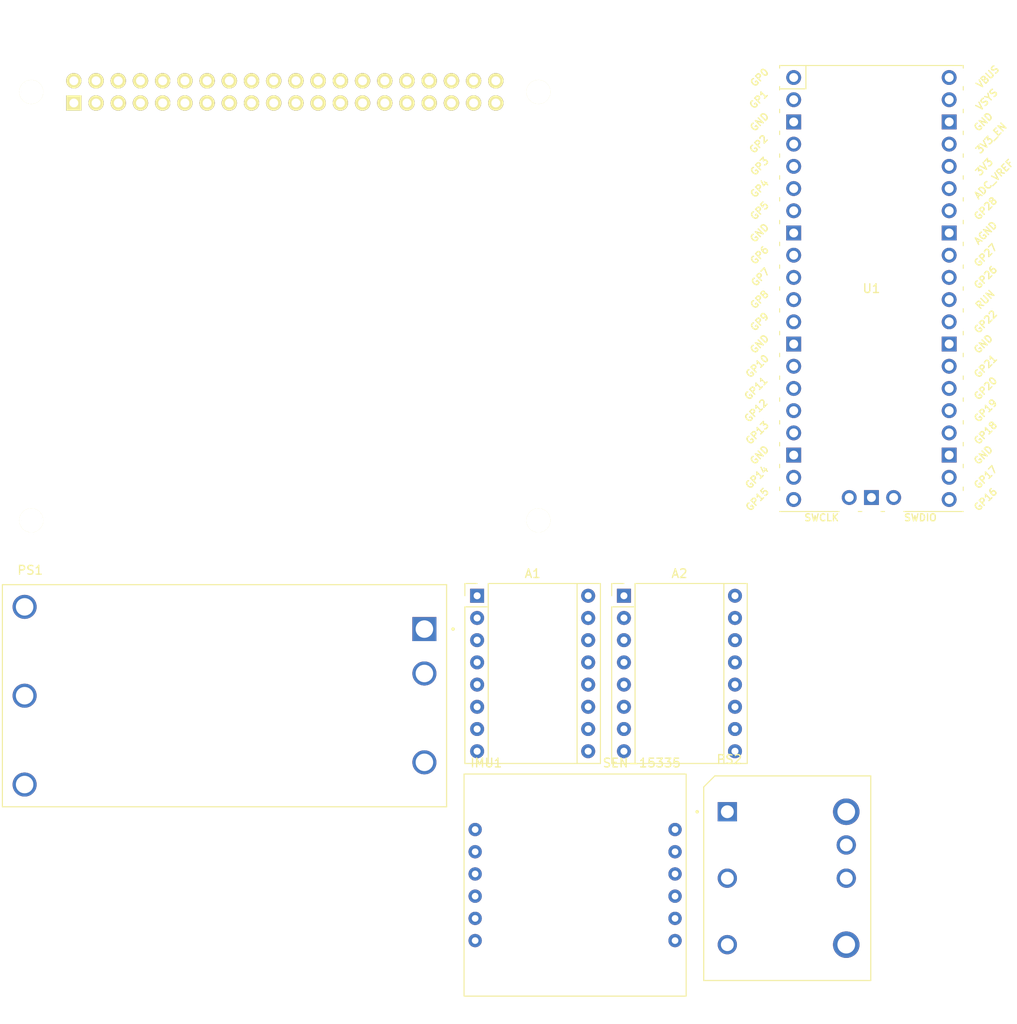
<source format=kicad_pcb>
(kicad_pcb (version 20221018) (generator pcbnew)
  (layers (0 "F.Cu" signal) (31 "B.Cu" signal) (34 "B.Paste" user) (35 "F.Paste" user) (36 "B.SilkS" user "B.Silkscreen") (37 "F.SilkS" user "F.Silkscreen") (38 "B.Mask" user) (39 "F.Mask" user) (44 "Edge.Cuts" user))
  (net 0 "")
  (footprint "Ensmasteel_librairy:RPi_Pico_SMD_TH" (layer "F.Cu") (at 185.63 63.64)
    (fp_text reference "U1" (at 0 0) (layer "F.SilkS"))
    (fp_text value "Pico")
    (fp_text user "3V3_EN" (at 13.7 -17.2 45) (layer "F.SilkS") (effects (font (size 0.8 0.8))))
    (fp_text user "GND" (at -12.8 19.05 45) (layer "F.SilkS") (effects (font (size 0.8 0.8))))
    (fp_text user "AGND" (at 13.054 -6.35 45) (layer "F.SilkS") (effects (font (size 0.8 0.8))))
    (fp_text user "SWDIO" (at 5.6 26.2) (layer "F.SilkS") (effects (font (size 0.8 0.8))))
    (fp_text user "GP11" (at -13.2 11.43 45) (layer "F.SilkS") (effects (font (size 0.8 0.8))))
    (fp_text user "GP22" (at 13.054 3.81 45) (layer "F.SilkS") (effects (font (size 0.8 0.8))))
    (fp_text user "GP6" (at -12.8 -3.81 45) (layer "F.SilkS") (effects (font (size 0.8 0.8))))
    (fp_text user "GP5" (at -12.8 -8.89 45) (layer "F.SilkS") (effects (font (size 0.8 0.8))))
    (fp_text user "GP8" (at -12.8 1.27 45) (layer "F.SilkS") (effects (font (size 0.8 0.8))))
    (fp_text user "GND" (at 12.8 -19.05 45) (layer "F.SilkS") (effects (font (size 0.8 0.8))))
    (fp_text user "GP21" (at 13.054 8.9 45) (layer "F.SilkS") (effects (font (size 0.8 0.8))))
    (fp_text user "GND" (at -12.8 -19.05 45) (layer "F.SilkS") (effects (font (size 0.8 0.8))))
    (fp_text user "GP20" (at 13.054 11.43 45) (layer "F.SilkS") (effects (font (size 0.8 0.8))))
    (fp_text user "GND" (at -12.8 -6.35 45) (layer "F.SilkS") (effects (font (size 0.8 0.8))))
    (fp_text user "GP14" (at -13.1 21.59 45) (layer "F.SilkS") (effects (font (size 0.8 0.8))))
    (fp_text user "GP26" (at 13.054 -1.27 45) (layer "F.SilkS") (effects (font (size 0.8 0.8))))
    (fp_text user "GP19" (at 13.054 13.97 45) (layer "F.SilkS") (effects (font (size 0.8 0.8))))
    (fp_text user "GP0" (at -12.8 -24.13 45) (layer "F.SilkS") (effects (font (size 0.8 0.8))))
    (fp_text user "GP12" (at -13.2 13.97 45) (layer "F.SilkS") (effects (font (size 0.8 0.8))))
    (fp_text user "GND" (at -12.8 6.35 45) (layer "F.SilkS") (effects (font (size 0.8 0.8))))
    (fp_text user "GP10" (at -13.054 8.89 45) (layer "F.SilkS") (effects (font (size 0.8 0.8))))
    (fp_text user "GP7" (at -12.7 -1.3 45) (layer "F.SilkS") (effects (font (size 0.8 0.8))))
    (fp_text user "RUN" (at 13 1.27 45) (layer "F.SilkS") (effects (font (size 0.8 0.8))))
    (fp_text user "VSYS" (at 13.2 -21.59 45) (layer "F.SilkS") (effects (font (size 0.8 0.8))))
    (fp_text user "GP13" (at -13.054 16.51 45) (layer "F.SilkS") (effects (font (size 0.8 0.8))))
    (fp_text user "GP28" (at 13.054 -9.144 45) (layer "F.SilkS") (effects (font (size 0.8 0.8))))
    (fp_text user "GP9" (at -12.8 3.81 45) (layer "F.SilkS") (effects (font (size 0.8 0.8))))
    (fp_text user "GP1" (at -12.9 -21.6 45) (layer "F.SilkS") (effects (font (size 0.8 0.8))))
    (fp_text user "GP17" (at 13.054 21.59 45) (layer "F.SilkS") (effects (font (size 0.8 0.8))))
    (fp_text user "GND" (at 12.8 6.35 45) (layer "F.SilkS") (effects (font (size 0.8 0.8))))
    (fp_text user "3V3" (at 12.9 -13.9 45) (layer "F.SilkS") (effects (font (size 0.8 0.8))))
    (fp_text user "VBUS" (at 13.3 -24.2 45) (layer "F.SilkS") (effects (font (size 0.8 0.8))))
    (fp_text user "GP16" (at 13.054 24.13 45) (layer "F.SilkS") (effects (font (size 0.8 0.8))))
    (fp_text user "GP4" (at -12.8 -11.43 45) (layer "F.SilkS") (effects (font (size 0.8 0.8))))
    (fp_text user "GP18" (at 13.054 16.51 45) (layer "F.SilkS") (effects (font (size 0.8 0.8))))
    (fp_text user "GP15" (at -13.054 24.13 45) (layer "F.SilkS") (effects (font (size 0.8 0.8))))
    (fp_text user "GND" (at 12.8 19.05 45) (layer "F.SilkS") (effects (font (size 0.8 0.8))))
    (fp_text user "ADC_VREF" (at 14 -12.5 45) (layer "F.SilkS") (effects (font (size 0.8 0.8))))
    (fp_text user "GP3" (at -12.8 -13.97 45) (layer "F.SilkS") (effects (font (size 0.8 0.8))))
    (fp_text user "SWCLK" (at -5.7 26.2) (layer "F.SilkS") (effects (font (size 0.8 0.8))))
    (fp_text user "GP2" (at -12.9 -16.51 45) (layer "F.SilkS") (effects (font (size 0.8 0.8))))
    (fp_text user "GP27" (at 13.054 -3.8 45) (layer "F.SilkS") (effects (font (size 0.8 0.8))))
    (fp_line (start -10.5 -25.5) (end -10.5 -25.2) (stroke (width 0.12)) (layer "F.SilkS"))
    (fp_line (start -10.5 -25.5) (end 10.5 -25.5) (stroke (width 0.12)) (layer "F.SilkS"))
    (fp_line (start -10.5 -23.1) (end -10.5 -22.7) (stroke (width 0.12)) (layer "F.SilkS"))
    (fp_line (start -10.5 -22.833) (end -7.493 -22.833) (stroke (width 0.12)) (layer "F.SilkS"))
    (fp_line (start -10.5 -20.5) (end -10.5 -20.1) (stroke (width 0.12)) (layer "F.SilkS"))
    (fp_line (start -10.5 -18) (end -10.5 -17.6) (stroke (width 0.12)) (layer "F.SilkS"))
    (fp_line (start -10.5 -15.4) (end -10.5 -15) (stroke (width 0.12)) (layer "F.SilkS"))
    (fp_line (start -10.5 -12.9) (end -10.5 -12.5) (stroke (width 0.12)) (layer "F.SilkS"))
    (fp_line (start -10.5 -10.4) (end -10.5 -10) (stroke (width 0.12)) (layer "F.SilkS"))
    (fp_line (start -10.5 -7.8) (end -10.5 -7.4) (stroke (width 0.12)) (layer "F.SilkS"))
    (fp_line (start -10.5 -5.3) (end -10.5 -4.9) (stroke (width 0.12)) (layer "F.SilkS"))
    (fp_line (start -10.5 -2.7) (end -10.5 -2.3) (stroke (width 0.12)) (layer "F.SilkS"))
    (fp_line (start -10.5 -0.2) (end -10.5 0.2) (stroke (width 0.12)) (layer "F.SilkS"))
    (fp_line (start -10.5 2.3) (end -10.5 2.7) (stroke (width 0.12)) (layer "F.SilkS"))
    (fp_line (start -10.5 4.9) (end -10.5 5.3) (stroke (width 0.12)) (layer "F.SilkS"))
    (fp_line (start -10.5 7.4) (end -10.5 7.8) (stroke (width 0.12)) (layer "F.SilkS"))
    (fp_line (start -10.5 10) (end -10.5 10.4) (stroke (width 0.12)) (layer "F.SilkS"))
    (fp_line (start -10.5 12.5) (end -10.5 12.9) (stroke (width 0.12)) (layer "F.SilkS"))
    (fp_line (start -10.5 15.1) (end -10.5 15.5) (stroke (width 0.12)) (layer "F.SilkS"))
    (fp_line (start -10.5 17.6) (end -10.5 18) (stroke (width 0.12)) (layer "F.SilkS"))
    (fp_line (start -10.5 20.1) (end -10.5 20.5) (stroke (width 0.12)) (layer "F.SilkS"))
    (fp_line (start -10.5 22.7) (end -10.5 23.1) (stroke (width 0.12)) (layer "F.SilkS"))
    (fp_line (start -7.493 -22.833) (end -7.493 -25.5) (stroke (width 0.12)) (layer "F.SilkS"))
    (fp_line (start -3.7 25.5) (end -10.5 25.5) (stroke (width 0.12)) (layer "F.SilkS"))
    (fp_line (start -1.5 25.5) (end -1.1 25.5) (stroke (width 0.12)) (layer "F.SilkS"))
    (fp_line (start 1.1 25.5) (end 1.5 25.5) (stroke (width 0.12)) (layer "F.SilkS"))
    (fp_line (start 10.5 -25.5) (end 10.5 -25.2) (stroke (width 0.12)) (layer "F.SilkS"))
    (fp_line (start 10.5 -23.1) (end 10.5 -22.7) (stroke (width 0.12)) (layer "F.SilkS"))
    (fp_line (start 10.5 -20.5) (end 10.5 -20.1) (stroke (width 0.12)) (layer "F.SilkS"))
    (fp_line (start 10.5 -18) (end 10.5 -17.6) (stroke (width 0.12)) (layer "F.SilkS"))
    (fp_line (start 10.5 -15.4) (end 10.5 -15) (stroke (width 0.12)) (layer "F.SilkS"))
    (fp_line (start 10.5 -12.9) (end 10.5 -12.5) (stroke (width 0.12)) (layer "F.SilkS"))
    (fp_line (start 10.5 -10.4) (end 10.5 -10) (stroke (width 0.12)) (layer "F.SilkS"))
    (fp_line (start 10.5 -7.8) (end 10.5 -7.4) (stroke (width 0.12)) (layer "F.SilkS"))
    (fp_line (start 10.5 -5.3) (end 10.5 -4.9) (stroke (width 0.12)) (layer "F.SilkS"))
    (fp_line (start 10.5 -2.7) (end 10.5 -2.3) (stroke (width 0.12)) (layer "F.SilkS"))
    (fp_line (start 10.5 -0.2) (end 10.5 0.2) (stroke (width 0.12)) (layer "F.SilkS"))
    (fp_line (start 10.5 2.3) (end 10.5 2.7) (stroke (width 0.12)) (layer "F.SilkS"))
    (fp_line (start 10.5 4.9) (end 10.5 5.3) (stroke (width 0.12)) (layer "F.SilkS"))
    (fp_line (start 10.5 7.4) (end 10.5 7.8) (stroke (width 0.12)) (layer "F.SilkS"))
    (fp_line (start 10.5 10) (end 10.5 10.4) (stroke (width 0.12)) (layer "F.SilkS"))
    (fp_line (start 10.5 12.5) (end 10.5 12.9) (stroke (width 0.12)) (layer "F.SilkS"))
    (fp_line (start 10.5 15.1) (end 10.5 15.5) (stroke (width 0.12)) (layer "F.SilkS"))
    (fp_line (start 10.5 17.6) (end 10.5 18) (stroke (width 0.12)) (layer "F.SilkS"))
    (fp_line (start 10.5 20.1) (end 10.5 20.5) (stroke (width 0.12)) (layer "F.SilkS"))
    (fp_line (start 10.5 22.7) (end 10.5 23.1) (stroke (width 0.12)) (layer "F.SilkS"))
    (fp_line (start 10.5 25.5) (end 3.7 25.5) (stroke (width 0.12)) (layer "F.SilkS"))
    (pad "1" thru_hole oval (at -8.89 -24.13) (size 1.7 1.7) (drill 1.02) (layers "*.Cu" "*.Mask"))
    (pad "2" thru_hole oval (at -8.89 -21.59) (size 1.7 1.7) (drill 1.02) (layers "*.Cu" "*.Mask"))
    (pad "3" thru_hole rect (at -8.89 -19.05) (size 1.7 1.7) (drill 1.02) (layers "*.Cu" "*.Mask"))
    (pad "4" thru_hole oval (at -8.89 -16.51) (size 1.7 1.7) (drill 1.02) (layers "*.Cu" "*.Mask"))
    (pad "5" thru_hole oval (at -8.89 -13.97) (size 1.7 1.7) (drill 1.02) (layers "*.Cu" "*.Mask"))
    (pad "6" thru_hole oval (at -8.89 -11.43) (size 1.7 1.7) (drill 1.02) (layers "*.Cu" "*.Mask"))
    (pad "7" thru_hole oval (at -8.89 -8.89) (size 1.7 1.7) (drill 1.02) (layers "*.Cu" "*.Mask"))
    (pad "8" thru_hole rect (at -8.89 -6.35) (size 1.7 1.7) (drill 1.02) (layers "*.Cu" "*.Mask"))
    (pad "9" thru_hole oval (at -8.89 -3.81) (size 1.7 1.7) (drill 1.02) (layers "*.Cu" "*.Mask"))
    (pad "10" thru_hole oval (at -8.89 -1.27) (size 1.7 1.7) (drill 1.02) (layers "*.Cu" "*.Mask"))
    (pad "11" thru_hole oval (at -8.89 1.27) (size 1.7 1.7) (drill 1.02) (layers "*.Cu" "*.Mask"))
    (pad "12" thru_hole oval (at -8.89 3.81) (size 1.7 1.7) (drill 1.02) (layers "*.Cu" "*.Mask"))
    (pad "13" thru_hole rect (at -8.89 6.35) (size 1.7 1.7) (drill 1.02) (layers "*.Cu" "*.Mask"))
    (pad "14" thru_hole oval (at -8.89 8.89) (size 1.7 1.7) (drill 1.02) (layers "*.Cu" "*.Mask"))
    (pad "15" thru_hole oval (at -8.89 11.43) (size 1.7 1.7) (drill 1.02) (layers "*.Cu" "*.Mask"))
    (pad "16" thru_hole oval (at -8.89 13.97) (size 1.7 1.7) (drill 1.02) (layers "*.Cu" "*.Mask"))
    (pad "17" thru_hole oval (at -8.89 16.51) (size 1.7 1.7) (drill 1.02) (layers "*.Cu" "*.Mask"))
    (pad "18" thru_hole rect (at -8.89 19.05) (size 1.7 1.7) (drill 1.02) (layers "*.Cu" "*.Mask"))
    (pad "19" thru_hole oval (at -8.89 21.59) (size 1.7 1.7) (drill 1.02) (layers "*.Cu" "*.Mask"))
    (pad "20" thru_hole oval (at -8.89 24.13) (size 1.7 1.7) (drill 1.02) (layers "*.Cu" "*.Mask"))
    (pad "21" thru_hole oval (at 8.89 24.13) (size 1.7 1.7) (drill 1.02) (layers "*.Cu" "*.Mask"))
    (pad "22" thru_hole oval (at 8.89 21.59) (size 1.7 1.7) (drill 1.02) (layers "*.Cu" "*.Mask"))
    (pad "23" thru_hole rect (at 8.89 19.05) (size 1.7 1.7) (drill 1.02) (layers "*.Cu" "*.Mask"))
    (pad "24" thru_hole oval (at 8.89 16.51) (size 1.7 1.7) (drill 1.02) (layers "*.Cu" "*.Mask"))
    (pad "25" thru_hole oval (at 8.89 13.97) (size 1.7 1.7) (drill 1.02) (layers "*.Cu" "*.Mask"))
    (pad "26" thru_hole oval (at 8.89 11.43) (size 1.7 1.7) (drill 1.02) (layers "*.Cu" "*.Mask"))
    (pad "27" thru_hole oval (at 8.89 8.89) (size 1.7 1.7) (drill 1.02) (layers "*.Cu" "*.Mask"))
    (pad "28" thru_hole rect (at 8.89 6.35) (size 1.7 1.7) (drill 1.02) (layers "*.Cu" "*.Mask"))
    (pad "29" thru_hole oval (at 8.89 3.81) (size 1.7 1.7) (drill 1.02) (layers "*.Cu" "*.Mask"))
    (pad "30" thru_hole oval (at 8.89 1.27) (size 1.7 1.7) (drill 1.02) (layers "*.Cu" "*.Mask"))
    (pad "31" thru_hole oval (at 8.89 -1.27) (size 1.7 1.7) (drill 1.02) (layers "*.Cu" "*.Mask"))
    (pad "32" thru_hole oval (at 8.89 -3.81) (size 1.7 1.7) (drill 1.02) (layers "*.Cu" "*.Mask"))
    (pad "33" thru_hole rect (at 8.89 -6.35) (size 1.7 1.7) (drill 1.02) (layers "*.Cu" "*.Mask"))
    (pad "34" thru_hole oval (at 8.89 -8.89) (size 1.7 1.7) (drill 1.02) (layers "*.Cu" "*.Mask"))
    (pad "35" thru_hole oval (at 8.89 -11.43) (size 1.7 1.7) (drill 1.02) (layers "*.Cu" "*.Mask"))
    (pad "36" thru_hole oval (at 8.89 -13.97) (size 1.7 1.7) (drill 1.02) (layers "*.Cu" "*.Mask"))
    (pad "37" thru_hole oval (at 8.89 -16.51) (size 1.7 1.7) (drill 1.02) (layers "*.Cu" "*.Mask"))
    (pad "38" thru_hole rect (at 8.89 -19.05) (size 1.7 1.7) (drill 1.02) (layers "*.Cu" "*.Mask"))
    (pad "39" thru_hole oval (at 8.89 -21.59) (size 1.7 1.7) (drill 1.02) (layers "*.Cu" "*.Mask"))
    (pad "40" thru_hole oval (at 8.89 -24.13) (size 1.7 1.7) (drill 1.02) (layers "*.Cu" "*.Mask"))
    (pad "41" thru_hole oval (at -2.54 23.9) (size 1.7 1.7) (drill 1.02) (layers "*.Cu" "*.Mask"))
    (pad "42" thru_hole rect (at 0 23.9) (size 1.7 1.7) (drill 1.02) (layers "*.Cu" "*.Mask"))
    (pad "43" thru_hole oval (at 2.54 23.9) (size 1.7 1.7) (drill 1.02) (layers "*.Cu" "*.Mask"))
  )
  (footprint "Ensmasteel_librairy:SEN-15335" (layer "F.Cu") (at 151.74 131.86)
    (fp_text reference "IMU1" (at -10.16 -13.97 unlocked) (layer "F.SilkS"))
    (fp_text value "SEN-15335" (at 7.62 -13.97 unlocked) (layer "F.SilkS"))
    (fp_rect (start -12.7 -12.7) (end 12.7 12.7) (stroke (width 0.12)) (fill none) (layer "F.SilkS"))
    (pad "1" thru_hole circle (at -11.43 -3.81) (size 1.524 1.524) (drill 0.762) (layers "*.Cu" "*.Mask"))
    (pad "2" thru_hole circle (at 11.43 6.35) (size 1.524 1.524) (drill 0.762) (layers "*.Cu" "*.Mask"))
    (pad "3" thru_hole circle (at -11.43 -1.27) (size 1.524 1.524) (drill 0.762) (layers "*.Cu" "*.Mask"))
    (pad "4" thru_hole circle (at -11.43 1.27) (size 1.524 1.524) (drill 0.762) (layers "*.Cu" "*.Mask"))
    (pad "5" thru_hole circle (at -11.43 3.81) (size 1.524 1.524) (drill 0.762) (layers "*.Cu" "*.Mask"))
    (pad "6" thru_hole circle (at -11.43 6.35) (size 1.524 1.524) (drill 0.762) (layers "*.Cu" "*.Mask"))
    (pad "7" thru_hole circle (at 11.43 3.81) (size 1.524 1.524) (drill 0.762) (layers "*.Cu" "*.Mask"))
    (pad "8" thru_hole circle (at 11.43 1.27) (size 1.524 1.524) (drill 0.762) (layers "*.Cu" "*.Mask"))
    (pad "9" thru_hole circle (at 11.43 -1.27) (size 1.524 1.524) (drill 0.762) (layers "*.Cu" "*.Mask"))
    (pad "10" thru_hole circle (at 11.43 -3.81) (size 1.524 1.524) (drill 0.762) (layers "*.Cu" "*.Mask"))
    (pad "11" thru_hole circle (at -11.43 -6.35) (size 1.524 1.524) (drill 0.762) (layers "*.Cu" "*.Mask"))
    (pad "12" thru_hole circle (at 11.43 -6.35) (size 1.524 1.524) (drill 0.762) (layers "*.Cu" "*.Mask"))
  )
  (footprint "Ensmasteel_librairy:Raspberry_Pi_4" (layer "F.Cu") (at 118.545 41.155)
    (fp_text reference "J1")
    (fp_text value "Raspberry_Pi_4")
    (pad "" np_thru_hole circle (at -29 0) (size 2.75 2.75) (drill 2.75) (layers "*.Cu" "*.Mask" "F.SilkS"))
    (pad "" np_thru_hole circle (at -29 49) (size 2.75 2.75) (drill 2.75) (layers "*.Cu" "*.Mask" "F.SilkS"))
    (pad "" np_thru_hole circle (at 29 0) (size 2.75 2.75) (drill 2.75) (layers "*.Cu" "*.Mask" "F.SilkS"))
    (pad "" np_thru_hole circle (at 29 49) (size 2.75 2.75) (drill 2.75) (layers "*.Cu" "*.Mask" "F.SilkS"))
    (pad "1" thru_hole rect (at -24.13 1.27) (size 1.75 1.75) (drill 1.016) (layers "*.Cu" "*.Mask" "F.SilkS"))
    (pad "2" thru_hole circle (at -24.13 -1.27) (size 1.75 1.75) (drill 1.016) (layers "*.Cu" "*.Mask" "F.SilkS"))
    (pad "3" thru_hole circle (at -21.59 1.27) (size 1.75 1.75) (drill 1.016) (layers "*.Cu" "*.Mask" "F.SilkS"))
    (pad "4" thru_hole circle (at -21.59 -1.27) (size 1.75 1.75) (drill 1.016) (layers "*.Cu" "*.Mask" "F.SilkS"))
    (pad "5" thru_hole circle (at -19.05 1.27) (size 1.75 1.75) (drill 1.016) (layers "*.Cu" "*.Mask" "F.SilkS"))
    (pad "6" thru_hole circle (at -19.05 -1.27) (size 1.75 1.75) (drill 1.016) (layers "*.Cu" "*.Mask" "F.SilkS"))
    (pad "7" thru_hole circle (at -16.51 1.27) (size 1.75 1.75) (drill 1.016) (layers "*.Cu" "*.Mask" "F.SilkS"))
    (pad "8" thru_hole circle (at -16.51 -1.27) (size 1.75 1.75) (drill 1.016) (layers "*.Cu" "*.Mask" "F.SilkS"))
    (pad "9" thru_hole circle (at -13.97 1.27) (size 1.75 1.75) (drill 1.016) (layers "*.Cu" "*.Mask" "F.SilkS"))
    (pad "10" thru_hole circle (at -13.97 -1.27) (size 1.75 1.75) (drill 1.016) (layers "*.Cu" "*.Mask" "F.SilkS"))
    (pad "11" thru_hole circle (at -11.43 1.27) (size 1.75 1.75) (drill 1.016) (layers "*.Cu" "*.Mask" "F.SilkS"))
    (pad "12" thru_hole circle (at -11.43 -1.27) (size 1.75 1.75) (drill 1.016) (layers "*.Cu" "*.Mask" "F.SilkS"))
    (pad "13" thru_hole circle (at -8.89 1.27) (size 1.75 1.75) (drill 1.016) (layers "*.Cu" "*.Mask" "F.SilkS"))
    (pad "14" thru_hole circle (at -8.89 -1.27) (size 1.75 1.75) (drill 1.016) (layers "*.Cu" "*.Mask" "F.SilkS"))
    (pad "15" thru_hole circle (at -6.35 1.27) (size 1.75 1.75) (drill 1.016) (layers "*.Cu" "*.Mask" "F.SilkS"))
    (pad "16" thru_hole circle (at -6.35 -1.27) (size 1.75 1.75) (drill 1.016) (layers "*.Cu" "*.Mask" "F.SilkS"))
    (pad "17" thru_hole circle (at -3.81 1.27) (size 1.75 1.75) (drill 1.016) (layers "*.Cu" "*.Mask" "F.SilkS"))
    (pad "18" thru_hole circle (at -3.81 -1.27) (size 1.75 1.75) (drill 1.016) (layers "*.Cu" "*.Mask" "F.SilkS"))
    (pad "19" thru_hole circle (at -1.27 1.27) (size 1.75 1.75) (drill 1.016) (layers "*.Cu" "*.Mask" "F.SilkS"))
    (pad "20" thru_hole circle (at -1.27 -1.27) (size 1.75 1.75) (drill 1.016) (layers "*.Cu" "*.Mask" "F.SilkS"))
    (pad "21" thru_hole circle (at 1.27 1.27) (size 1.75 1.75) (drill 1.016) (layers "*.Cu" "*.Mask" "F.SilkS"))
    (pad "22" thru_hole circle (at 1.27 -1.27) (size 1.75 1.75) (drill 1.016) (layers "*.Cu" "*.Mask" "F.SilkS"))
    (pad "23" thru_hole circle (at 3.81 1.27) (size 1.75 1.75) (drill 1.016) (layers "*.Cu" "*.Mask" "F.SilkS"))
    (pad "24" thru_hole circle (at 3.81 -1.27) (size 1.75 1.75) (drill 1.016) (layers "*.Cu" "*.Mask" "F.SilkS"))
    (pad "25" thru_hole circle (at 6.35 1.27) (size 1.75 1.75) (drill 1.016) (layers "*.Cu" "*.Mask" "F.SilkS"))
    (pad "26" thru_hole circle (at 6.35 -1.27) (size 1.75 1.75) (drill 1.016) (layers "*.Cu" "*.Mask" "F.SilkS"))
    (pad "27" thru_hole circle (at 8.89 1.27) (size 1.75 1.75) (drill 1.016) (layers "*.Cu" "*.Mask" "F.SilkS"))
    (pad "28" thru_hole circle (at 8.89 -1.27) (size 1.75 1.75) (drill 1.016) (layers "*.Cu" "*.Mask" "F.SilkS"))
    (pad "29" thru_hole circle (at 11.43 1.27) (size 1.75 1.75) (drill 1.016) (layers "*.Cu" "*.Mask" "F.SilkS"))
    (pad "30" thru_hole circle (at 11.43 -1.27) (size 1.75 1.75) (drill 1.016) (layers "*.Cu" "*.Mask" "F.SilkS"))
    (pad "31" thru_hole circle (at 13.97 1.27) (size 1.75 1.75) (drill 1.016) (layers "*.Cu" "*.Mask" "F.SilkS"))
    (pad "32" thru_hole circle (at 13.97 -1.27) (size 1.75 1.75) (drill 1.016) (layers "*.Cu" "*.Mask" "F.SilkS"))
    (pad "33" thru_hole circle (at 16.51 1.27) (size 1.75 1.75) (drill 1.016) (layers "*.Cu" "*.Mask" "F.SilkS"))
    (pad "34" thru_hole circle (at 16.51 -1.27) (size 1.75 1.75) (drill 1.016) (layers "*.Cu" "*.Mask" "F.SilkS"))
    (pad "35" thru_hole circle (at 19.05 1.27) (size 1.75 1.75) (drill 1.016) (layers "*.Cu" "*.Mask" "F.SilkS"))
    (pad "36" thru_hole circle (at 19.05 -1.27) (size 1.75 1.75) (drill 1.016) (layers "*.Cu" "*.Mask" "F.SilkS"))
    (pad "37" thru_hole circle (at 21.59 1.27) (size 1.75 1.75) (drill 1.016) (layers "*.Cu" "*.Mask" "F.SilkS"))
    (pad "38" thru_hole circle (at 21.59 -1.27) (size 1.75 1.75) (drill 1.016) (layers "*.Cu" "*.Mask" "F.SilkS"))
    (pad "39" thru_hole circle (at 24.13 1.27) (size 1.75 1.75) (drill 1.016) (layers "*.Cu" "*.Mask" "F.SilkS"))
    (pad "40" thru_hole circle (at 24.13 -1.27) (size 1.75 1.75) (drill 1.016) (layers "*.Cu" "*.Mask" "F.SilkS"))
  )
  (footprint "Ensmasteel_librairy:TMCStick" (layer "F.Cu") (at 157.325 98.775)
    (fp_text reference "A2" (at 6.35 -2.54) (layer "F.SilkS"))
    (fp_text value "TMCSilentStepStick")
    (fp_line (start -1.4 -1.4) (end -1.4 0) (stroke (width 0.12)) (layer "F.SilkS"))
    (fp_line (start -1.4 1.27) (end -1.4 19.18) (stroke (width 0.12)) (layer "F.SilkS"))
    (fp_line (start -1.4 19.18) (end 14.1 19.18) (stroke (width 0.12)) (layer "F.SilkS"))
    (fp_line (start 0 -1.4) (end -1.4 -1.4) (stroke (width 0.12)) (layer "F.SilkS"))
    (fp_line (start 1.27 -1.4) (end 1.27 1.27) (stroke (width 0.12)) (layer "F.SilkS"))
    (fp_line (start 1.27 1.27) (end -1.4 1.27) (stroke (width 0.12)) (layer "F.SilkS"))
    (fp_line (start 1.27 1.27) (end 1.27 19.18) (stroke (width 0.12)) (layer "F.SilkS"))
    (fp_line (start 11.43 -1.4) (end 11.43 19.18) (stroke (width 0.12)) (layer "F.SilkS"))
    (fp_line (start 14.1 -1.4) (end 1.27 -1.4) (stroke (width 0.12)) (layer "F.SilkS"))
    (fp_line (start 14.1 19.18) (end 14.1 -1.4) (stroke (width 0.12)) (layer "F.SilkS"))
    (pad "1" thru_hole rect (at 0 0) (size 1.6 1.6) (drill 0.8) (layers "*.Cu" "*.Mask"))
    (pad "2" thru_hole oval (at 0 2.54) (size 1.6 1.6) (drill 0.8) (layers "*.Cu" "*.Mask"))
    (pad "3" thru_hole oval (at 0 5.08) (size 1.6 1.6) (drill 0.8) (layers "*.Cu" "*.Mask"))
    (pad "4" thru_hole oval (at 0 7.62) (size 1.6 1.6) (drill 0.8) (layers "*.Cu" "*.Mask"))
    (pad "5" thru_hole oval (at 0 10.16) (size 1.6 1.6) (drill 0.8) (layers "*.Cu" "*.Mask"))
    (pad "6" thru_hole oval (at 0 12.7) (size 1.6 1.6) (drill 0.8) (layers "*.Cu" "*.Mask"))
    (pad "7" thru_hole oval (at 0 15.24) (size 1.6 1.6) (drill 0.8) (layers "*.Cu" "*.Mask"))
    (pad "8" thru_hole oval (at 0 17.78) (size 1.6 1.6) (drill 0.8) (layers "*.Cu" "*.Mask"))
    (pad "9" thru_hole oval (at 12.7 17.78) (size 1.6 1.6) (drill 0.8) (layers "*.Cu" "*.Mask"))
    (pad "10" thru_hole oval (at 12.7 15.24) (size 1.6 1.6) (drill 0.8) (layers "*.Cu" "*.Mask"))
    (pad "11" thru_hole oval (at 12.7 12.7) (size 1.6 1.6) (drill 0.8) (layers "*.Cu" "*.Mask"))
    (pad "12" thru_hole oval (at 12.7 10.16) (size 1.6 1.6) (drill 0.8) (layers "*.Cu" "*.Mask"))
    (pad "13" thru_hole oval (at 12.7 7.62) (size 1.6 1.6) (drill 0.8) (layers "*.Cu" "*.Mask"))
    (pad "14" thru_hole oval (at 12.7 5.08) (size 1.6 1.6) (drill 0.8) (layers "*.Cu" "*.Mask"))
    (pad "15" thru_hole oval (at 12.7 2.54) (size 1.6 1.6) (drill 0.8) (layers "*.Cu" "*.Mask"))
    (pad "16" thru_hole oval (at 12.7 0) (size 1.6 1.6) (drill 0.8) (layers "*.Cu" "*.Mask"))
  )
  (footprint "Ensmasteel_librairy:TMCStick" (layer "F.Cu") (at 140.535 98.775)
    (fp_text reference "A1" (at 6.35 -2.54) (layer "F.SilkS"))
    (fp_text value "TMCSilentStepStick")
    (fp_line (start -1.4 -1.4) (end -1.4 0) (stroke (width 0.12)) (layer "F.SilkS"))
    (fp_line (start -1.4 1.27) (end -1.4 19.18) (stroke (width 0.12)) (layer "F.SilkS"))
    (fp_line (start -1.4 19.18) (end 14.1 19.18) (stroke (width 0.12)) (layer "F.SilkS"))
    (fp_line (start 0 -1.4) (end -1.4 -1.4) (stroke (width 0.12)) (layer "F.SilkS"))
    (fp_line (start 1.27 -1.4) (end 1.27 1.27) (stroke (width 0.12)) (layer "F.SilkS"))
    (fp_line (start 1.27 1.27) (end -1.4 1.27) (stroke (width 0.12)) (layer "F.SilkS"))
    (fp_line (start 1.27 1.27) (end 1.27 19.18) (stroke (width 0.12)) (layer "F.SilkS"))
    (fp_line (start 11.43 -1.4) (end 11.43 19.18) (stroke (width 0.12)) (layer "F.SilkS"))
    (fp_line (start 14.1 -1.4) (end 1.27 -1.4) (stroke (width 0.12)) (layer "F.SilkS"))
    (fp_line (start 14.1 19.18) (end 14.1 -1.4) (stroke (width 0.12)) (layer "F.SilkS"))
    (pad "1" thru_hole rect (at 0 0) (size 1.6 1.6) (drill 0.8) (layers "*.Cu" "*.Mask"))
    (pad "2" thru_hole oval (at 0 2.54) (size 1.6 1.6) (drill 0.8) (layers "*.Cu" "*.Mask"))
    (pad "3" thru_hole oval (at 0 5.08) (size 1.6 1.6) (drill 0.8) (layers "*.Cu" "*.Mask"))
    (pad "4" thru_hole oval (at 0 7.62) (size 1.6 1.6) (drill 0.8) (layers "*.Cu" "*.Mask"))
    (pad "5" thru_hole oval (at 0 10.16) (size 1.6 1.6) (drill 0.8) (layers "*.Cu" "*.Mask"))
    (pad "6" thru_hole oval (at 0 12.7) (size 1.6 1.6) (drill 0.8) (layers "*.Cu" "*.Mask"))
    (pad "7" thru_hole oval (at 0 15.24) (size 1.6 1.6) (drill 0.8) (layers "*.Cu" "*.Mask"))
    (pad "8" thru_hole oval (at 0 17.78) (size 1.6 1.6) (drill 0.8) (layers "*.Cu" "*.Mask"))
    (pad "9" thru_hole oval (at 12.7 17.78) (size 1.6 1.6) (drill 0.8) (layers "*.Cu" "*.Mask"))
    (pad "10" thru_hole oval (at 12.7 15.24) (size 1.6 1.6) (drill 0.8) (layers "*.Cu" "*.Mask"))
    (pad "11" thru_hole oval (at 12.7 12.7) (size 1.6 1.6) (drill 0.8) (layers "*.Cu" "*.Mask"))
    (pad "12" thru_hole oval (at 12.7 10.16) (size 1.6 1.6) (drill 0.8) (layers "*.Cu" "*.Mask"))
    (pad "13" thru_hole oval (at 12.7 7.62) (size 1.6 1.6) (drill 0.8) (layers "*.Cu" "*.Mask"))
    (pad "14" thru_hole oval (at 12.7 5.08) (size 1.6 1.6) (drill 0.8) (layers "*.Cu" "*.Mask"))
    (pad "15" thru_hole oval (at 12.7 2.54) (size 1.6 1.6) (drill 0.8) (layers "*.Cu" "*.Mask"))
    (pad "16" thru_hole oval (at 12.7 0) (size 1.6 1.6) (drill 0.8) (layers "*.Cu" "*.Mask"))
  )
  (footprint "Ensmasteel_librairy:CONV_I3A4W008A033V-001-R" (layer "F.Cu") (at 176 131.075)
    (fp_text reference "PS2" (at -6.625 -13.585) (layer "F.SilkS"))
    (fp_text value "I3A4W008A033V-001-R")
    (fp_line (start -9.55 -10.43) (end -8.28 -11.7) (stroke (width 0.127)) (layer "F.SilkS"))
    (fp_line (start -9.55 11.7) (end -9.55 -10.43) (stroke (width 0.127)) (layer "F.SilkS"))
    (fp_line (start -8.28 -11.7) (end 9.55 -11.7) (stroke (width 0.127)) (layer "F.SilkS"))
    (fp_line (start 9.55 -11.7) (end 9.55 11.7) (stroke (width 0.127)) (layer "F.SilkS"))
    (fp_line (start 9.55 11.7) (end -9.55 11.7) (stroke (width 0.127)) (layer "F.SilkS"))
    (fp_circle (center -10.3 -7.6) (end -10.2 -7.6) (stroke (width 0.2)) (fill none) (layer "F.SilkS"))
    (pad "1" thru_hole rect (at -6.85 -7.6) (size 2.205 2.205) (drill 1.47) (layers "*.Cu" "*.Mask"))
    (pad "2" thru_hole circle (at -6.85 0) (size 2.205 2.205) (drill 1.47) (layers "*.Cu" "*.Mask"))
    (pad "3" thru_hole circle (at -6.85 7.6) (size 2.205 2.205) (drill 1.47) (layers "*.Cu" "*.Mask"))
    (pad "4" thru_hole circle (at 6.75 7.6) (size 3.03 3.03) (drill 2.02) (layers "*.Cu" "*.Mask"))
    (pad "6" thru_hole circle (at 6.75 0) (size 2.205 2.205) (drill 1.47) (layers "*.Cu" "*.Mask"))
    (pad "7" thru_hole circle (at 6.75 -3.8) (size 2.205 2.205) (drill 1.47) (layers "*.Cu" "*.Mask"))
    (pad "8" thru_hole circle (at 6.75 -7.6) (size 3.03 3.03) (drill 2.02) (layers "*.Cu" "*.Mask"))
  )
  (footprint "Ensmasteel_librairy:CONV_TEN_30-2423" (layer "F.Cu") (at 111.645 110.205)
    (fp_text reference "PS1" (at -22.225 -14.355) (layer "F.SilkS"))
    (fp_text value "TEN_30-2423")
    (fp_line (start -25.4 -12.7) (end 25.4 -12.7) (stroke (width 0.127)) (layer "F.SilkS"))
    (fp_line (start -25.4 12.7) (end -25.4 -12.7) (stroke (width 0.127)) (layer "F.SilkS"))
    (fp_line (start 25.4 -12.7) (end 25.4 12.7) (stroke (width 0.127)) (layer "F.SilkS"))
    (fp_line (start 25.4 12.7) (end -25.4 12.7) (stroke (width 0.127)) (layer "F.SilkS"))
    (fp_circle (center 26.141 -7.62) (end 26.241 -7.62) (stroke (width 0.2)) (fill none) (layer "F.SilkS"))
    (pad "1" thru_hole rect (at 22.86 -7.62) (size 2.75 2.75) (drill 2) (layers "*.Cu" "*.Mask"))
    (pad "2" thru_hole circle (at 22.86 -2.54) (size 2.75 2.75) (drill 2) (layers "*.Cu" "*.Mask"))
    (pad "3" thru_hole circle (at 22.86 7.62) (size 2.75 2.75) (drill 2) (layers "*.Cu" "*.Mask"))
    (pad "4" thru_hole circle (at -22.86 -10.16) (size 2.75 2.75) (drill 2) (layers "*.Cu" "*.Mask"))
    (pad "5" thru_hole circle (at -22.86 0) (size 2.75 2.75) (drill 2) (layers "*.Cu" "*.Mask"))
    (pad "6" thru_hole circle (at -22.86 10.16) (size 2.75 2.75) (drill 2) (layers "*.Cu" "*.Mask"))
  )
)
</source>
